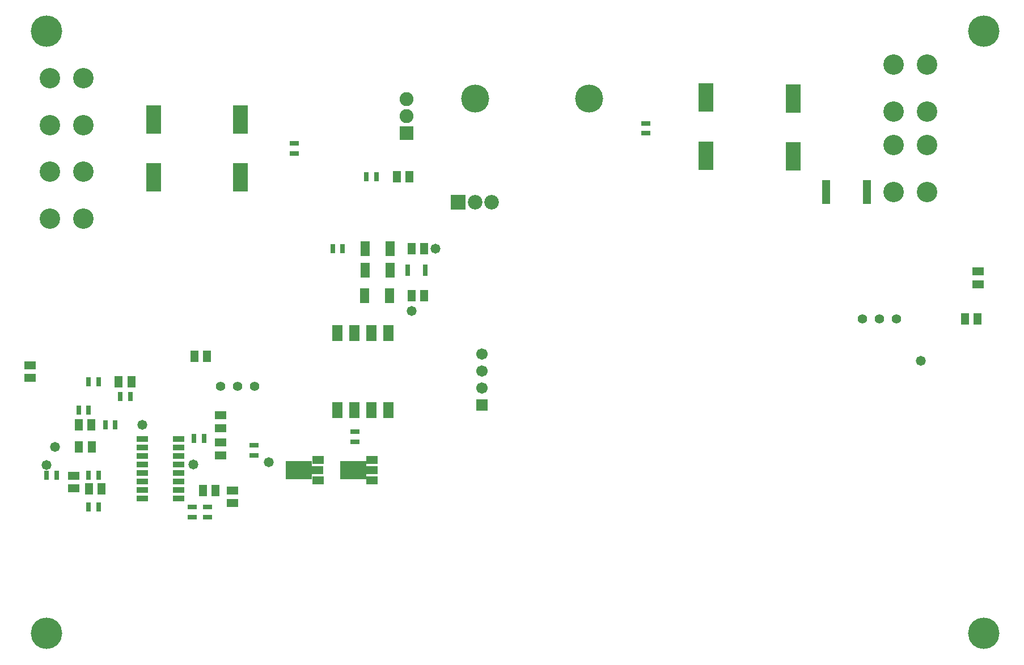
<source format=gts>
G04 Layer_Color=8388736*
%FSAX23Y23*%
%MOIN*%
G70*
G01*
G75*
%ADD54R,0.065X0.047*%
%ADD55R,0.047X0.065*%
%ADD56R,0.028X0.057*%
%ADD57R,0.068X0.034*%
%ADD58R,0.057X0.028*%
%ADD59R,0.057X0.087*%
%ADD60R,0.028X0.071*%
%ADD61R,0.059X0.095*%
%ADD62R,0.158X0.106*%
%ADD63R,0.067X0.047*%
%ADD64R,0.075X0.047*%
%ADD65R,0.087X0.169*%
%ADD66R,0.049X0.144*%
%ADD67C,0.056*%
%ADD68C,0.067*%
%ADD69R,0.067X0.067*%
%ADD70C,0.086*%
%ADD71R,0.086X0.086*%
%ADD72C,0.185*%
%ADD73R,0.082X0.082*%
%ADD74C,0.082*%
%ADD75C,0.165*%
%ADD76C,0.120*%
%ADD77C,0.058*%
G54D54*
X01110Y02781D02*
D03*
Y02706D02*
D03*
X02232Y02411D02*
D03*
Y02485D02*
D03*
Y02251D02*
D03*
Y02326D02*
D03*
X02301Y01970D02*
D03*
Y02044D02*
D03*
X01366Y02056D02*
D03*
Y02131D02*
D03*
X06683Y03257D02*
D03*
Y03332D02*
D03*
G54D55*
X02126Y02044D02*
D03*
X02201D02*
D03*
X02152Y02832D02*
D03*
X02077D02*
D03*
X03354Y03190D02*
D03*
X03429D02*
D03*
X03354Y03466D02*
D03*
X03429D02*
D03*
X01457Y02054D02*
D03*
X01532D02*
D03*
X01398Y02300D02*
D03*
X01473D02*
D03*
X01471Y02428D02*
D03*
X01396D02*
D03*
X01707Y02684D02*
D03*
X01632D02*
D03*
X03266Y03889D02*
D03*
X03341D02*
D03*
X06606Y03052D02*
D03*
X06681D02*
D03*
G54D56*
X02075Y02349D02*
D03*
X02134D02*
D03*
X01701Y02596D02*
D03*
X01642D02*
D03*
X02949Y03466D02*
D03*
X02890D02*
D03*
X01612Y02428D02*
D03*
X01553D02*
D03*
X01514Y01946D02*
D03*
X01455D02*
D03*
X01514Y02133D02*
D03*
X01455D02*
D03*
X01209D02*
D03*
X01268D02*
D03*
X01455Y02517D02*
D03*
X01396Y02517D02*
D03*
X01455Y02684D02*
D03*
X01514D02*
D03*
X03087Y03889D02*
D03*
X03146D02*
D03*
G54D57*
X01771Y02347D02*
D03*
Y02297D02*
D03*
Y02247D02*
D03*
Y02197D02*
D03*
Y02147D02*
D03*
Y02097D02*
D03*
Y02047D02*
D03*
Y01997D02*
D03*
X01985D02*
D03*
Y02047D02*
D03*
Y02097D02*
D03*
Y02147D02*
D03*
Y02197D02*
D03*
Y02247D02*
D03*
Y02297D02*
D03*
Y02347D02*
D03*
G54D58*
X02154Y01946D02*
D03*
Y01887D02*
D03*
X03020Y02389D02*
D03*
Y02330D02*
D03*
X02065Y01946D02*
D03*
Y01887D02*
D03*
X04730Y04204D02*
D03*
Y04145D02*
D03*
X02429Y02310D02*
D03*
Y02251D02*
D03*
X02664Y04027D02*
D03*
Y04086D02*
D03*
G54D59*
X03082Y03466D02*
D03*
X03229D02*
D03*
Y03338D02*
D03*
X03082D02*
D03*
X03077Y03190D02*
D03*
X03225D02*
D03*
G54D60*
X03331Y03338D02*
D03*
X03433D02*
D03*
G54D61*
X02919Y02970D02*
D03*
X03019D02*
D03*
X03119D02*
D03*
X03219D02*
D03*
Y02516D02*
D03*
X03119D02*
D03*
X03019D02*
D03*
X02919D02*
D03*
G54D62*
X02691Y02162D02*
D03*
X03010D02*
D03*
G54D63*
X02803Y02222D02*
D03*
Y02103D02*
D03*
X03122Y02222D02*
D03*
Y02103D02*
D03*
G54D64*
X02799Y02162D02*
D03*
X03118D02*
D03*
G54D65*
X02349Y04227D02*
D03*
Y03885D02*
D03*
X01837Y04227D02*
D03*
Y03885D02*
D03*
X05597Y04351D02*
D03*
Y04009D02*
D03*
X05085Y04355D02*
D03*
Y04013D02*
D03*
G54D66*
X06032Y03800D02*
D03*
X05791D02*
D03*
G54D67*
X02431Y02655D02*
D03*
X02331D02*
D03*
X02231D02*
D03*
X06003Y03052D02*
D03*
X06103D02*
D03*
X06203D02*
D03*
G54D68*
X03766Y02847D02*
D03*
Y02747D02*
D03*
Y02647D02*
D03*
G54D69*
Y02547D02*
D03*
G54D70*
X03825Y03741D02*
D03*
X03727D02*
D03*
G54D71*
X03626D02*
D03*
G54D72*
X06719Y01202D02*
D03*
Y04745D02*
D03*
X01207Y01202D02*
D03*
Y04745D02*
D03*
G54D73*
X03323Y04145D02*
D03*
G54D74*
Y04245D02*
D03*
Y04345D02*
D03*
G54D75*
X04396Y04351D02*
D03*
X03727D02*
D03*
G54D76*
X01227Y03643D02*
D03*
X01423D02*
D03*
X01227Y03918D02*
D03*
X01423D02*
D03*
X01227Y04194D02*
D03*
X01423D02*
D03*
X01227Y04470D02*
D03*
X01423D02*
D03*
X06187Y04273D02*
D03*
X06384D02*
D03*
X06187Y04548D02*
D03*
X06384D02*
D03*
X06187Y03800D02*
D03*
X06384D02*
D03*
X06187Y04076D02*
D03*
X06384D02*
D03*
G54D77*
X06349Y02805D02*
D03*
X02514Y02210D02*
D03*
X03494Y03466D02*
D03*
X01258Y02300D02*
D03*
X01209Y02192D02*
D03*
X02070Y02197D02*
D03*
X01770Y02428D02*
D03*
X03353Y03101D02*
D03*
M02*

</source>
